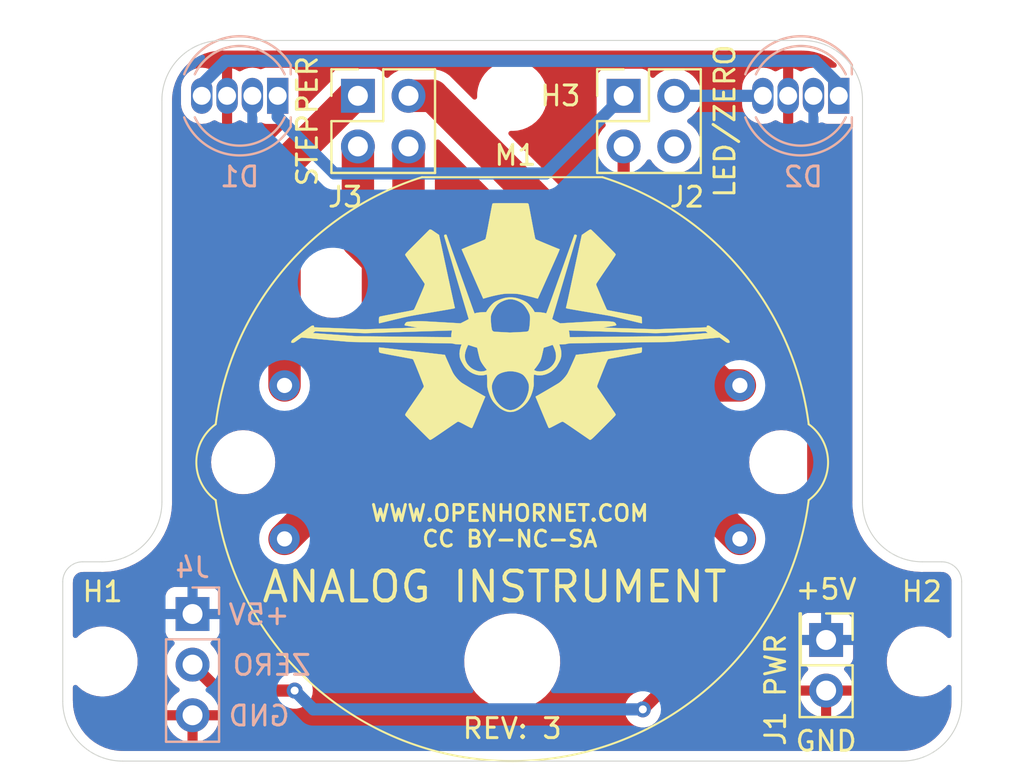
<source format=kicad_pcb>
(kicad_pcb (version 20211014) (generator pcbnew)
  (layers (0 "F.Cu" signal) (31 "B.Cu" signal) (34 "B.Paste" user) (35 "F.Paste" user) (36 "B.SilkS" user "B.Silkscreen") (37 "F.SilkS" user "F.Silkscreen") (38 "B.Mask" user) (39 "F.Mask" user) (44 "Edge.Cuts" user))
  (net 0 "")
  (net 1 "GND")
  (net 2 "+5V")
  (net 3 "/LED_DIN")
  (net 4 "/LED_DOUT")
  (net 5 "/ZERO_DETECT")
  (net 6 "/COIL2")
  (net 7 "/COIL1")
  (net 8 "/COIL4")
  (net 9 "/COIL3")
  (net 10 "Net-(D1-Pad4)")
  (net 11 "Net-(J2-Pad4)")
  (footprint "MountingHole:MountingHole_2.5mm" (layer "F.Cu") (at 179.937766 78.484574)
    (fp_text reference "H3" (at 2.417749 0) (layer "F.SilkS"))
    (fp_text value "MountingHole")
    (pad "" np_thru_hole circle locked (at 0 0) (size 2.5 2.5) (drill 2.5) (layers *.Cu *.Mask))
  )
  (footprint "KiCAD Libraries:VID29-02" (layer "F.Cu") (at 180.102766 96.867952)
    (fp_text reference "M1" (at 0 -15.4) (layer "F.SilkS"))
    (fp_text value "VID29-02")
    (pad "" np_thru_hole circle locked (at -9.165 -9) (size 2.5 2.5) (drill 2.5) (layers *.Cu *.Mask))
    (pad "" np_thru_hole circle locked (at 13.335 0) (size 2.2 2.2) (drill 2.2) (layers *.Cu *.Mask))
    (pad "" np_thru_hole circle locked (at -0.165 10) (size 3.8 3.8) (drill 3.8) (layers *.Cu *.Mask))
    (pad "" np_thru_hole circle locked (at -13.665 0) (size 2.2 2.2) (drill 2.2) (layers *.Cu *.Mask))
    (pad "1" thru_hole circle locked (at -11.59 -3.85) (size 1.524 1.524) (drill 0.762) (layers *.Cu *.Mask) (net 7 "/COIL1"))
    (pad "2" thru_hole circle locked (at -11.59 3.85) (size 1.524 1.524) (drill 0.762) (layers *.Cu *.Mask) (net 6 "/COIL2"))
    (pad "3" thru_hole circle locked (at 11.26 3.85) (size 1.524 1.524) (drill 0.762) (layers *.Cu *.Mask) (net 9 "/COIL3"))
    (pad "4" thru_hole circle locked (at 11.26 -3.85) (size 1.524 1.524) (drill 0.762) (layers *.Cu *.Mask) (net 8 "/COIL4"))
  )
  (footprint "MountingHole:MountingHole_2.5mm" (layer "F.Cu") (at 159.384281 106.867951)
    (fp_text reference "H1" (at 0 -3.5) (layer "F.SilkS"))
    (fp_text value "MountingHole")
    (pad "" np_thru_hole circle locked (at 0 0) (size 2.5 2.5) (drill 2.5) (layers *.Cu *.Mask))
  )
  (footprint "MountingHole:MountingHole_2.5mm" (layer "F.Cu") (at 200.49125 106.867951)
    (fp_text reference "H2" (at 0 -3.5) (layer "F.SilkS"))
    (fp_text value "MountingHole")
    (pad "" np_thru_hole circle locked (at 0 0) (size 2.5 2.5) (drill 2.5) (layers *.Cu *.Mask))
  )
  (footprint "Connector_PinHeader_2.54mm:PinHeader_2x02_P2.54mm_Vertical" (layer "F.Cu") (at 185.530515 78.484574)
    (fp_text reference "J2" (at 3.175 5.08) (layer "F.SilkS"))
    (fp_text value "LED/ZERO" (at 5.08 1.27 90) (layer "F.SilkS"))
    (pad "1" thru_hole rect locked (at 0 0) (size 1.7 1.7) (drill 1) (layers *.Cu *.Mask) (net 3 "/LED_DIN"))
    (pad "2" thru_hole oval locked (at 2.54 0) (size 1.7 1.7) (drill 1) (layers *.Cu *.Mask) (net 4 "/LED_DOUT"))
    (pad "3" thru_hole oval locked (at 0 2.54) (size 1.7 1.7) (drill 1) (layers *.Cu *.Mask) (net 5 "/ZERO_DETECT"))
    (pad "4" thru_hole oval locked (at 2.54 2.54) (size 1.7 1.7) (drill 1) (layers *.Cu *.Mask) (net 11 "Net-(J2-Pad4)"))
  )
  (footprint "Connector_PinHeader_2.54mm:PinHeader_2x02_P2.54mm_Vertical" (layer "F.Cu") (at 172.195515 78.484574)
    (fp_text reference "J3" (at -0.635 5.08) (layer "F.SilkS"))
    (fp_text value "STEPPER" (at -2.54 1.27 90) (layer "F.SilkS"))
    (pad "1" thru_hole rect locked (at 0 0) (size 1.7 1.7) (drill 1) (layers *.Cu *.Mask) (net 7 "/COIL1"))
    (pad "2" thru_hole oval locked (at 2.54 0) (size 1.7 1.7) (drill 1) (layers *.Cu *.Mask) (net 8 "/COIL4"))
    (pad "3" thru_hole oval locked (at 0 2.54) (size 1.7 1.7) (drill 1) (layers *.Cu *.Mask) (net 6 "/COIL2"))
    (pad "4" thru_hole oval locked (at 2.54 2.54) (size 1.7 1.7) (drill 1) (layers *.Cu *.Mask) (net 9 "/COIL3"))
  )
  (footprint "Connector_PinHeader_2.54mm:PinHeader_2x01_P2.54mm_Vertical" (layer "F.Cu") (at 195.690515 105.789574 -90)
    (fp_text reference "J1" (at 4.445 2.54 90) (layer "F.SilkS"))
    (fp_text value "PWR" (at 1.27 2.54 -90) (layer "F.SilkS"))
    (pad "1" thru_hole rect locked (at 0 0 270) (size 1.7 1.7) (drill 1) (layers *.Cu *.Mask) (net 2 "+5V"))
    (pad "2" thru_hole oval locked (at 2.54 0 270) (size 1.7 1.7) (drill 1) (layers *.Cu *.Mask) (net 1 "GND"))
  )
  (footprint "KiCAD Libraries:OH_LOGO_ONLY_22mm_12mm" (layer "F.Cu") (at 179.815515 89.914574)
    (fp_text reference "G***" hide)
    (fp_text value "LOGO" hide)
  )
  (footprint "OH_Footprints:LED_D5.0mm-4_RGB" (layer "B.Cu") (at 168.170016 78.484574 180)
    (fp_text reference "D1" (at 1.905 -4.064) (layer "B.SilkS") (effects (justify mirror)))
    (fp_text value "1938")
    (pad "1" thru_hole rect (at 0 0 180) (size 1.07 1.8) (drill 0.9) (layers *.Cu *.Mask) (net 3 "/LED_DIN"))
    (pad "2" thru_hole oval (at 1.27 0 180) (size 1.07 1.8) (drill 0.9) (layers *.Cu *.Mask) (net 2 "+5V"))
    (pad "3" thru_hole oval (at 2.54 0 180) (size 1.07 1.8) (drill 0.9) (layers *.Cu *.Mask) (net 1 "GND"))
    (pad "4" thru_hole oval (at 3.81 0 180) (size 1.07 1.8) (drill 0.9) (layers *.Cu *.Mask) (net 10 "Net-(D1-Pad4)"))
  )
  (footprint "OH_Footprints:LED_D5.0mm-4_RGB" (layer "B.Cu") (at 196.325515 78.484574 180)
    (fp_text reference "D2" (at 1.778 -4.064) (layer "B.SilkS") (effects (justify mirror)))
    (fp_text value "1938")
    (pad "1" thru_hole rect (at 0 0 180) (size 1.07 1.8) (drill 0.9) (layers *.Cu *.Mask) (net 10 "Net-(D1-Pad4)"))
    (pad "2" thru_hole oval (at 1.27 0 180) (size 1.07 1.8) (drill 0.9) (layers *.Cu *.Mask) (net 2 "+5V"))
    (pad "3" thru_hole oval (at 2.54 0 180) (size 1.07 1.8) (drill 0.9) (layers *.Cu *.Mask) (net 1 "GND"))
    (pad "4" thru_hole oval (at 3.81 0 180) (size 1.07 1.8) (drill 0.9) (layers *.Cu *.Mask) (net 4 "/LED_DOUT"))
  )
  (footprint "Connector_PinHeader_2.54mm:PinHeader_1x03_P2.54mm_Vertical" (layer "B.Cu") (at 163.897766 104.487952 180)
    (fp_text reference "J4" (at 0 2.33) (layer "B.SilkS") (effects (justify mirror)))
    (fp_text value "ZERO")
    (pad "1" thru_hole rect locked (at 0 0 180) (size 1.7 1.7) (drill 1) (layers *.Cu *.Mask) (net 2 "+5V"))
    (pad "2" thru_hole oval locked (at 0 -2.54 180) (size 1.7 1.7) (drill 1) (layers *.Cu *.Mask) (net 5 "/ZERO_DETECT"))
    (pad "3" thru_hole oval locked (at 0 -5.08 180) (size 1.7 1.7) (drill 1) (layers *.Cu *.Mask) (net 1 "GND"))
  )
  (gr_line (start 160.384281 111.867951) (end 199.49125 111.867951) (layer "Edge.Cuts") (width 0.05))
  (gr_line (start 197.515515 78.705452) (end 197.515515 98.867952) (layer "Edge.Cuts") (width 0.05))
  (gr_line (start 194.515515 75.705452) (end 165.360016 75.705452) (layer "Edge.Cuts") (width 0.05))
  (gr_arc (start 194.515515 75.705452) (mid 196.636835 76.584132) (end 197.515515 78.705452) (layer "Edge.Cuts") (width 0.05))
  (gr_arc (start 160.384281 111.867951) (mid 158.262961 110.989271) (end 157.384281 108.867951) (layer "Edge.Cuts") (width 0.05))
  (gr_line (start 159.360016 101.867951) (end 158.384281 101.867951) (layer "Edge.Cuts") (width 0.05))
  (gr_arc (start 200.515515 101.867952) (mid 198.394195 100.989272) (end 197.515515 98.867952) (layer "Edge.Cuts") (width 0.05))
  (gr_arc (start 162.360016 78.705452) (mid 163.238696 76.584132) (end 165.360016 75.705452) (layer "Edge.Cuts") (width 0.05))
  (gr_line (start 157.384281 108.867951) (end 157.384281 102.867951) (layer "Edge.Cuts") (width 0.05))
  (gr_line (start 162.360016 78.705452) (end 162.360016 98.867952) (layer "Edge.Cuts") (width 0.05))
  (gr_arc (start 157.384281 102.867951) (mid 157.677174 102.160844) (end 158.384281 101.867951) (layer "Edge.Cuts") (width 0.05))
  (gr_arc (start 202.49125 108.867951) (mid 201.61257 110.989271) (end 199.49125 111.867951) (layer "Edge.Cuts") (width 0.05))
  (gr_line (start 200.515515 101.867951) (end 201.49125 101.867951) (layer "Edge.Cuts") (width 0.05))
  (gr_arc (start 162.360015 98.867952) (mid 161.481336 100.989272) (end 159.360016 101.867951) (layer "Edge.Cuts") (width 0.05))
  (gr_arc (start 201.49125 101.867951) (mid 202.198357 102.160844) (end 202.49125 102.867951) (layer "Edge.Cuts") (width 0.05))
  (gr_line (start 202.49125 108.867951) (end 202.49125 102.867951) (layer "Edge.Cuts") (width 0.05))
  (gr_text "ZERO\n" (at 167.872766 107.059574) (layer "B.SilkS") (effects (font (size 1 1)) (justify mirror)))
  (gr_text "GND" (at 167.237766 109.599574) (layer "B.SilkS") (effects (font (size 1 1)) (justify mirror)))
  (gr_text "+5V" (at 167.237766 104.519574) (layer "B.SilkS") (effects (font (size 1 1)) (justify mirror)))
  (gr_text "REV: 3" (at 179.937766 110.234574) (layer "F.SilkS") (effects (font (size 1 1))))
  (gr_text "WWW.OPENHORNET.COM\nCC BY-NC-SA" (at 179.815515 100.074574) (layer "F.SilkS") (effects (font (size 0.8 0.8))))
  (gr_text "GND" (at 195.690515 110.869574) (layer "F.SilkS") (effects (font (size 1 1))))
  (gr_text "ANALOG INSTRUMENT" (at 179.053515 103.122574) (layer "F.SilkS") (effects (font (size 1.5 1.5) (thickness 0.2))))
  (gr_text "+5V" (at 195.690515 103.249574) (layer "F.SilkS") (effects (font (size 1 1))))
  (segment (start 168.170016 79.539075) (end 168.170016 78.484574) (width 0.6096) (layer "B.Cu") (net 3))
  (segment (start 171.010316 82.379375) (end 168.170016 79.539075) (width 0.6096) (layer "B.Cu") (net 3))
  (segment (start 185.530515 78.484574) (end 181.635714 82.379375) (width 0.6096) (layer "B.Cu") (net 3))
  (segment (start 181.635714 82.379375) (end 171.010316 82.379375) (width 0.6096) (layer "B.Cu") (net 3))
  (segment (start 192.515515 78.484574) (end 188.070515 78.484574) (width 0.6096) (layer "B.Cu") (net 4))
  (segment (start 186.492336 109.272753) (end 186.492336 109.272753) (width 0.6096) (layer "F.Cu") (net 5))
  (segment (start 163.897766 107.027952) (end 165.199388 108.329574) (width 0.6096) (layer "F.Cu") (net 5))
  (segment (start 185.530515 84.199574) (end 195.042567 93.711626) (width 0.6096) (layer "F.Cu") (net 5))
  (segment (start 186.492336 109.272753) (end 186.492336 109.272753) (width 0.6096) (layer "F.Cu") (net 5))
  (segment (start 165.199388 108.329574) (end 169.020515 108.329574) (width 0.6096) (layer "F.Cu") (net 5))
  (segment (start 195.042567 93.711626) (end 195.042567 100.722522) (width 0.6096) (layer "F.Cu") (net 5))
  (segment (start 185.530515 81.024574) (end 185.530515 84.199574) (width 0.6096) (layer "F.Cu") (net 5))
  (segment (start 195.042567 100.722522) (end 186.492336 109.272753) (width 0.6096) (layer "F.Cu") (net 5))
  (via (at 186.492336 109.272753) (size 0.8) (drill 0.4) (layers "F.Cu" "B.Cu") (net 5))
  (via (at 169.020515 108.329574) (size 0.8) (drill 0.4) (layers "F.Cu" "B.Cu") (net 5))
  (segment (start 169.963694 109.272753) (end 169.020515 108.329574) (width 0.6096) (layer "B.Cu") (net 5))
  (segment (start 186.492336 109.272753) (end 169.963694 109.272753) (width 0.6096) (layer "B.Cu") (net 5))
  (segment (start 173.200567 86.781807) (end 173.200567 96.030151) (width 1.6256) (layer "F.Cu") (net 6))
  (segment (start 172.195515 85.776755) (end 173.200567 86.781807) (width 1.6256) (layer "F.Cu") (net 6))
  (segment (start 173.200567 96.030151) (end 168.512766 100.717952) (width 1.6256) (layer "F.Cu") (net 6))
  (segment (start 172.195515 81.024574) (end 172.195515 85.776755) (width 1.6256) (layer "F.Cu") (net 6))
  (segment (start 171.978569 78.484574) (end 168.512766 81.950377) (width 1.6256) (layer "F.Cu") (net 7))
  (segment (start 168.512766 81.950377) (end 168.512766 93.017952) (width 1.6256) (layer "F.Cu") (net 7))
  (segment (start 172.195515 78.484574) (end 171.978569 78.484574) (width 1.6256) (layer "F.Cu") (net 7))
  (segment (start 175.937596 78.484574) (end 190.470974 93.017952) (width 1.6256) (layer "F.Cu") (net 8))
  (segment (start 174.735515 78.484574) (end 175.937596 78.484574) (width 1.6256) (layer "F.Cu") (net 8))
  (segment (start 190.470974 93.017952) (end 191.362766 93.017952) (width 1.6256) (layer "F.Cu") (net 8))
  (segment (start 174.735515 84.090701) (end 191.362766 100.717952) (width 1.6256) (layer "F.Cu") (net 9))
  (segment (start 174.735515 81.024574) (end 174.735515 84.090701) (width 1.6256) (layer "F.Cu") (net 9))
  (segment (start 195.136227 76.729773) (end 165.549304 76.729773) (width 0.6096) (layer "B.Cu") (net 10))
  (segment (start 196.325515 77.919061) (end 195.136227 76.729773) (width 0.6096) (layer "B.Cu") (net 10))
  (segment (start 196.325515 78.484574) (end 196.325515 77.919061) (width 0.6096) (layer "B.Cu") (net 10))
  (segment (start 165.549304 76.729773) (end 164.360016 77.919061) (width 0.6096) (layer "B.Cu") (net 10))
  (segment (start 164.360016 77.919061) (end 164.360016 78.484574) (width 0.6096) (layer "B.Cu") (net 10))
  (zone (net 1) (net_name "GND") (layer "F.Cu") (connect_pads (clearance 0.508)) (min_thickness 0.254) (fill yes (thermal_gap 0.508) (thermal_bridge_width 0.508))
    (polygon (pts (xy 204.067766 112.774574) (xy 157.077766 112.774574) (xy 157.077766 74.674574) (xy 204.067766 74.674574)))
  )
  (zone (net 2) (net_name "+5V") (layer "B.Cu") (connect_pads (clearance 0.508)) (min_thickness 0.254) (fill yes (thermal_gap 0.508) (thermal_bridge_width 0.508))
    (polygon (pts (xy 204.067766 112.774574) (xy 157.077766 112.774574) (xy 157.077766 74.674574) (xy 204.067766 74.674574)))
  )
)
</source>
